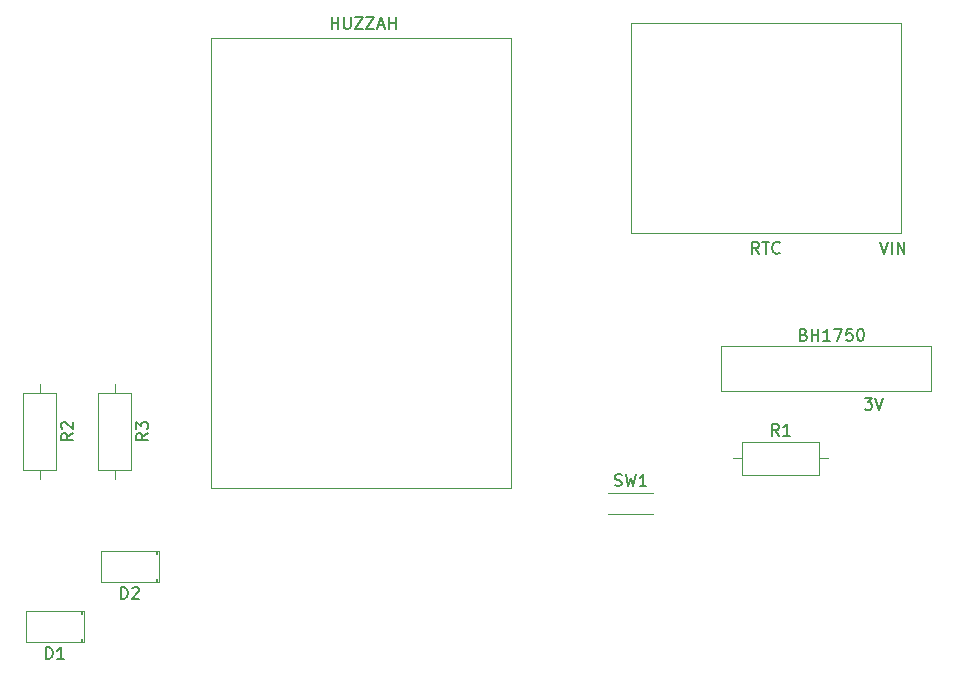
<source format=gbr>
%TF.GenerationSoftware,KiCad,Pcbnew,(5.1.10)-1*%
%TF.CreationDate,2021-11-06T16:25:45-04:00*%
%TF.ProjectId,SmartHub,536d6172-7448-4756-922e-6b696361645f,rev?*%
%TF.SameCoordinates,Original*%
%TF.FileFunction,Legend,Top*%
%TF.FilePolarity,Positive*%
%FSLAX46Y46*%
G04 Gerber Fmt 4.6, Leading zero omitted, Abs format (unit mm)*
G04 Created by KiCad (PCBNEW (5.1.10)-1) date 2021-11-06 16:25:45*
%MOMM*%
%LPD*%
G01*
G04 APERTURE LIST*
%ADD10C,0.150000*%
%ADD11C,0.120000*%
G04 APERTURE END LIST*
D10*
X192456095Y-89076380D02*
X193075142Y-89076380D01*
X192741809Y-89457333D01*
X192884666Y-89457333D01*
X192979904Y-89504952D01*
X193027523Y-89552571D01*
X193075142Y-89647809D01*
X193075142Y-89885904D01*
X193027523Y-89981142D01*
X192979904Y-90028761D01*
X192884666Y-90076380D01*
X192598952Y-90076380D01*
X192503714Y-90028761D01*
X192456095Y-89981142D01*
X193360857Y-89076380D02*
X193694190Y-90076380D01*
X194027523Y-89076380D01*
D11*
%TO.C,RTC*%
X172644000Y-57366000D02*
X195504000Y-57366000D01*
X195504000Y-57366000D02*
X195504000Y-75146000D01*
X195504000Y-75146000D02*
X172644000Y-75146000D01*
X172644000Y-75146000D02*
X172644000Y-57366000D01*
%TO.C,BH1750*%
X198044000Y-86576000D02*
X198044000Y-88481000D01*
X180264000Y-88481000D02*
X180264000Y-86576000D01*
X198044000Y-88481000D02*
X180264000Y-88481000D01*
X198044000Y-84671000D02*
X198044000Y-86576000D01*
X189154000Y-84671000D02*
X198044000Y-84671000D01*
X180264000Y-84671000D02*
X189154000Y-84671000D01*
X180264000Y-86576000D02*
X180264000Y-84671000D01*
%TO.C,R1*%
X189384000Y-94196000D02*
X188614000Y-94196000D01*
X181304000Y-94196000D02*
X182074000Y-94196000D01*
X188614000Y-92826000D02*
X182074000Y-92826000D01*
X188614000Y-95566000D02*
X188614000Y-92826000D01*
X182074000Y-95566000D02*
X188614000Y-95566000D01*
X182074000Y-92826000D02*
X182074000Y-95566000D01*
%TO.C,HUZZAH*%
X137084000Y-96736000D02*
X142164000Y-96736000D01*
X137084000Y-77686000D02*
X137084000Y-96736000D01*
X137084000Y-58636000D02*
X137084000Y-77686000D01*
X142164000Y-58636000D02*
X137084000Y-58636000D01*
X137084000Y-96736000D02*
X137084000Y-58636000D01*
X162484000Y-96736000D02*
X142164000Y-96736000D01*
X162484000Y-58636000D02*
X162484000Y-96736000D01*
X142164000Y-58636000D02*
X162484000Y-58636000D01*
%TO.C,D1*%
X126096000Y-107340000D02*
X126096000Y-107110000D01*
X126096000Y-109730000D02*
X126096000Y-109500000D01*
X126216000Y-107340000D02*
X126216000Y-107110000D01*
X126216000Y-109730000D02*
X126216000Y-109500000D01*
X121416000Y-109730000D02*
X121416000Y-107110000D01*
X126336000Y-109730000D02*
X126336000Y-107110000D01*
X126336000Y-107110000D02*
X121416000Y-107110000D01*
X126336000Y-109730000D02*
X121416000Y-109730000D01*
%TO.C,D2*%
X132446000Y-102260000D02*
X132446000Y-102030000D01*
X132446000Y-104650000D02*
X132446000Y-104420000D01*
X132566000Y-102260000D02*
X132566000Y-102030000D01*
X132566000Y-104650000D02*
X132566000Y-104420000D01*
X127766000Y-104650000D02*
X127766000Y-102030000D01*
X132686000Y-104650000D02*
X132686000Y-102030000D01*
X132686000Y-102030000D02*
X127766000Y-102030000D01*
X132686000Y-104650000D02*
X127766000Y-104650000D01*
%TO.C,R2*%
X122606000Y-95950000D02*
X122606000Y-95180000D01*
X122606000Y-87870000D02*
X122606000Y-88640000D01*
X123976000Y-95180000D02*
X123976000Y-88640000D01*
X121236000Y-95180000D02*
X123976000Y-95180000D01*
X121236000Y-88640000D02*
X121236000Y-95180000D01*
X123976000Y-88640000D02*
X121236000Y-88640000D01*
%TO.C,R3*%
X128956000Y-95950000D02*
X128956000Y-95180000D01*
X128956000Y-87870000D02*
X128956000Y-88640000D01*
X130326000Y-95180000D02*
X130326000Y-88640000D01*
X127586000Y-95180000D02*
X130326000Y-95180000D01*
X127586000Y-88640000D02*
X127586000Y-95180000D01*
X130326000Y-88640000D02*
X127586000Y-88640000D01*
%TO.C,SW1*%
X170724000Y-98926000D02*
X174564000Y-98926000D01*
X170724000Y-97086000D02*
X174564000Y-97086000D01*
%TO.C,RTC*%
D10*
X183502571Y-76868380D02*
X183169238Y-76392190D01*
X182931142Y-76868380D02*
X182931142Y-75868380D01*
X183312095Y-75868380D01*
X183407333Y-75916000D01*
X183454952Y-75963619D01*
X183502571Y-76058857D01*
X183502571Y-76201714D01*
X183454952Y-76296952D01*
X183407333Y-76344571D01*
X183312095Y-76392190D01*
X182931142Y-76392190D01*
X183788285Y-75868380D02*
X184359714Y-75868380D01*
X184074000Y-76868380D02*
X184074000Y-75868380D01*
X185264476Y-76773142D02*
X185216857Y-76820761D01*
X185074000Y-76868380D01*
X184978761Y-76868380D01*
X184835904Y-76820761D01*
X184740666Y-76725523D01*
X184693047Y-76630285D01*
X184645428Y-76439809D01*
X184645428Y-76296952D01*
X184693047Y-76106476D01*
X184740666Y-76011238D01*
X184835904Y-75916000D01*
X184978761Y-75868380D01*
X185074000Y-75868380D01*
X185216857Y-75916000D01*
X185264476Y-75963619D01*
X193773761Y-75868380D02*
X194107095Y-76868380D01*
X194440428Y-75868380D01*
X194773761Y-76868380D02*
X194773761Y-75868380D01*
X195249952Y-76868380D02*
X195249952Y-75868380D01*
X195821380Y-76868380D01*
X195821380Y-75868380D01*
%TO.C,BH1750*%
X187304857Y-83710571D02*
X187447714Y-83758190D01*
X187495333Y-83805809D01*
X187542952Y-83901047D01*
X187542952Y-84043904D01*
X187495333Y-84139142D01*
X187447714Y-84186761D01*
X187352476Y-84234380D01*
X186971523Y-84234380D01*
X186971523Y-83234380D01*
X187304857Y-83234380D01*
X187400095Y-83282000D01*
X187447714Y-83329619D01*
X187495333Y-83424857D01*
X187495333Y-83520095D01*
X187447714Y-83615333D01*
X187400095Y-83662952D01*
X187304857Y-83710571D01*
X186971523Y-83710571D01*
X187971523Y-84234380D02*
X187971523Y-83234380D01*
X187971523Y-83710571D02*
X188542952Y-83710571D01*
X188542952Y-84234380D02*
X188542952Y-83234380D01*
X189542952Y-84234380D02*
X188971523Y-84234380D01*
X189257238Y-84234380D02*
X189257238Y-83234380D01*
X189162000Y-83377238D01*
X189066761Y-83472476D01*
X188971523Y-83520095D01*
X189876285Y-83234380D02*
X190542952Y-83234380D01*
X190114380Y-84234380D01*
X191400095Y-83234380D02*
X190923904Y-83234380D01*
X190876285Y-83710571D01*
X190923904Y-83662952D01*
X191019142Y-83615333D01*
X191257238Y-83615333D01*
X191352476Y-83662952D01*
X191400095Y-83710571D01*
X191447714Y-83805809D01*
X191447714Y-84043904D01*
X191400095Y-84139142D01*
X191352476Y-84186761D01*
X191257238Y-84234380D01*
X191019142Y-84234380D01*
X190923904Y-84186761D01*
X190876285Y-84139142D01*
X192066761Y-83234380D02*
X192162000Y-83234380D01*
X192257238Y-83282000D01*
X192304857Y-83329619D01*
X192352476Y-83424857D01*
X192400095Y-83615333D01*
X192400095Y-83853428D01*
X192352476Y-84043904D01*
X192304857Y-84139142D01*
X192257238Y-84186761D01*
X192162000Y-84234380D01*
X192066761Y-84234380D01*
X191971523Y-84186761D01*
X191923904Y-84139142D01*
X191876285Y-84043904D01*
X191828666Y-83853428D01*
X191828666Y-83615333D01*
X191876285Y-83424857D01*
X191923904Y-83329619D01*
X191971523Y-83282000D01*
X192066761Y-83234380D01*
%TO.C,R1*%
X185177333Y-92278380D02*
X184844000Y-91802190D01*
X184605904Y-92278380D02*
X184605904Y-91278380D01*
X184986857Y-91278380D01*
X185082095Y-91326000D01*
X185129714Y-91373619D01*
X185177333Y-91468857D01*
X185177333Y-91611714D01*
X185129714Y-91706952D01*
X185082095Y-91754571D01*
X184986857Y-91802190D01*
X184605904Y-91802190D01*
X186129714Y-92278380D02*
X185558285Y-92278380D01*
X185844000Y-92278380D02*
X185844000Y-91278380D01*
X185748761Y-91421238D01*
X185653523Y-91516476D01*
X185558285Y-91564095D01*
%TO.C,HUZZAH*%
X147323714Y-57818380D02*
X147323714Y-56818380D01*
X147323714Y-57294571D02*
X147895142Y-57294571D01*
X147895142Y-57818380D02*
X147895142Y-56818380D01*
X148371333Y-56818380D02*
X148371333Y-57627904D01*
X148418952Y-57723142D01*
X148466571Y-57770761D01*
X148561809Y-57818380D01*
X148752285Y-57818380D01*
X148847523Y-57770761D01*
X148895142Y-57723142D01*
X148942761Y-57627904D01*
X148942761Y-56818380D01*
X149323714Y-56818380D02*
X149990380Y-56818380D01*
X149323714Y-57818380D01*
X149990380Y-57818380D01*
X150276095Y-56818380D02*
X150942761Y-56818380D01*
X150276095Y-57818380D01*
X150942761Y-57818380D01*
X151276095Y-57532666D02*
X151752285Y-57532666D01*
X151180857Y-57818380D02*
X151514190Y-56818380D01*
X151847523Y-57818380D01*
X152180857Y-57818380D02*
X152180857Y-56818380D01*
X152180857Y-57294571D02*
X152752285Y-57294571D01*
X152752285Y-57818380D02*
X152752285Y-56818380D01*
%TO.C,D1*%
X123137904Y-111182380D02*
X123137904Y-110182380D01*
X123376000Y-110182380D01*
X123518857Y-110230000D01*
X123614095Y-110325238D01*
X123661714Y-110420476D01*
X123709333Y-110610952D01*
X123709333Y-110753809D01*
X123661714Y-110944285D01*
X123614095Y-111039523D01*
X123518857Y-111134761D01*
X123376000Y-111182380D01*
X123137904Y-111182380D01*
X124661714Y-111182380D02*
X124090285Y-111182380D01*
X124376000Y-111182380D02*
X124376000Y-110182380D01*
X124280761Y-110325238D01*
X124185523Y-110420476D01*
X124090285Y-110468095D01*
%TO.C,D2*%
X129487904Y-106102380D02*
X129487904Y-105102380D01*
X129726000Y-105102380D01*
X129868857Y-105150000D01*
X129964095Y-105245238D01*
X130011714Y-105340476D01*
X130059333Y-105530952D01*
X130059333Y-105673809D01*
X130011714Y-105864285D01*
X129964095Y-105959523D01*
X129868857Y-106054761D01*
X129726000Y-106102380D01*
X129487904Y-106102380D01*
X130440285Y-105197619D02*
X130487904Y-105150000D01*
X130583142Y-105102380D01*
X130821238Y-105102380D01*
X130916476Y-105150000D01*
X130964095Y-105197619D01*
X131011714Y-105292857D01*
X131011714Y-105388095D01*
X130964095Y-105530952D01*
X130392666Y-106102380D01*
X131011714Y-106102380D01*
%TO.C,R2*%
X125428380Y-92076666D02*
X124952190Y-92410000D01*
X125428380Y-92648095D02*
X124428380Y-92648095D01*
X124428380Y-92267142D01*
X124476000Y-92171904D01*
X124523619Y-92124285D01*
X124618857Y-92076666D01*
X124761714Y-92076666D01*
X124856952Y-92124285D01*
X124904571Y-92171904D01*
X124952190Y-92267142D01*
X124952190Y-92648095D01*
X124523619Y-91695714D02*
X124476000Y-91648095D01*
X124428380Y-91552857D01*
X124428380Y-91314761D01*
X124476000Y-91219523D01*
X124523619Y-91171904D01*
X124618857Y-91124285D01*
X124714095Y-91124285D01*
X124856952Y-91171904D01*
X125428380Y-91743333D01*
X125428380Y-91124285D01*
%TO.C,R3*%
X131778380Y-92076666D02*
X131302190Y-92410000D01*
X131778380Y-92648095D02*
X130778380Y-92648095D01*
X130778380Y-92267142D01*
X130826000Y-92171904D01*
X130873619Y-92124285D01*
X130968857Y-92076666D01*
X131111714Y-92076666D01*
X131206952Y-92124285D01*
X131254571Y-92171904D01*
X131302190Y-92267142D01*
X131302190Y-92648095D01*
X130778380Y-91743333D02*
X130778380Y-91124285D01*
X131159333Y-91457619D01*
X131159333Y-91314761D01*
X131206952Y-91219523D01*
X131254571Y-91171904D01*
X131349809Y-91124285D01*
X131587904Y-91124285D01*
X131683142Y-91171904D01*
X131730761Y-91219523D01*
X131778380Y-91314761D01*
X131778380Y-91600476D01*
X131730761Y-91695714D01*
X131683142Y-91743333D01*
%TO.C,SW1*%
X171310666Y-96490761D02*
X171453523Y-96538380D01*
X171691619Y-96538380D01*
X171786857Y-96490761D01*
X171834476Y-96443142D01*
X171882095Y-96347904D01*
X171882095Y-96252666D01*
X171834476Y-96157428D01*
X171786857Y-96109809D01*
X171691619Y-96062190D01*
X171501142Y-96014571D01*
X171405904Y-95966952D01*
X171358285Y-95919333D01*
X171310666Y-95824095D01*
X171310666Y-95728857D01*
X171358285Y-95633619D01*
X171405904Y-95586000D01*
X171501142Y-95538380D01*
X171739238Y-95538380D01*
X171882095Y-95586000D01*
X172215428Y-95538380D02*
X172453523Y-96538380D01*
X172644000Y-95824095D01*
X172834476Y-96538380D01*
X173072571Y-95538380D01*
X173977333Y-96538380D02*
X173405904Y-96538380D01*
X173691619Y-96538380D02*
X173691619Y-95538380D01*
X173596380Y-95681238D01*
X173501142Y-95776476D01*
X173405904Y-95824095D01*
%TD*%
M02*

</source>
